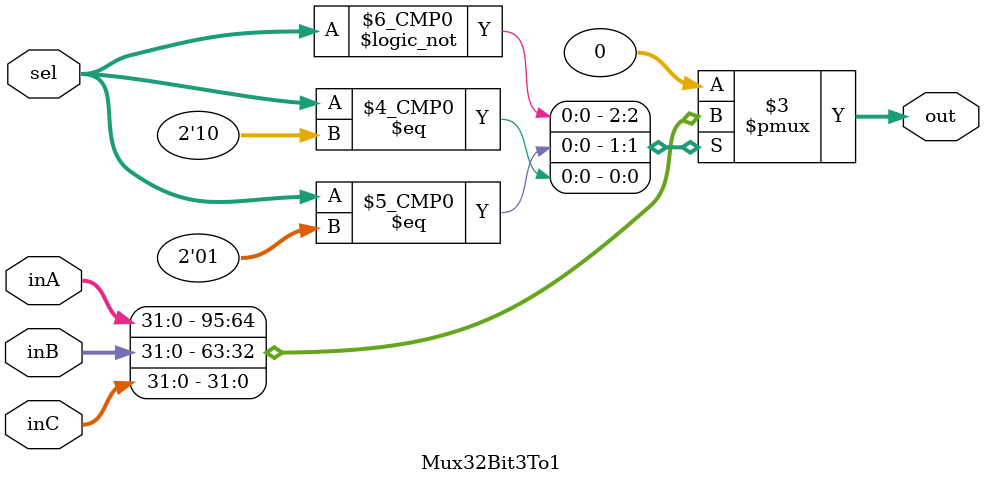
<source format=v>
`timescale 1ns / 1ps


module Mux32Bit3To1(
    input [31:0] inA,
    input [31:0] inB,
    input [31:0] inC,
    input [1:0] sel,
    output reg [31:0] out
);
    always @(*) begin
        case(sel)
            2'b00: out = inA;
            2'b01: out = inB;
            2'b10: out = inC;
            default: out = 32'b0;
        endcase
    end
endmodule

</source>
